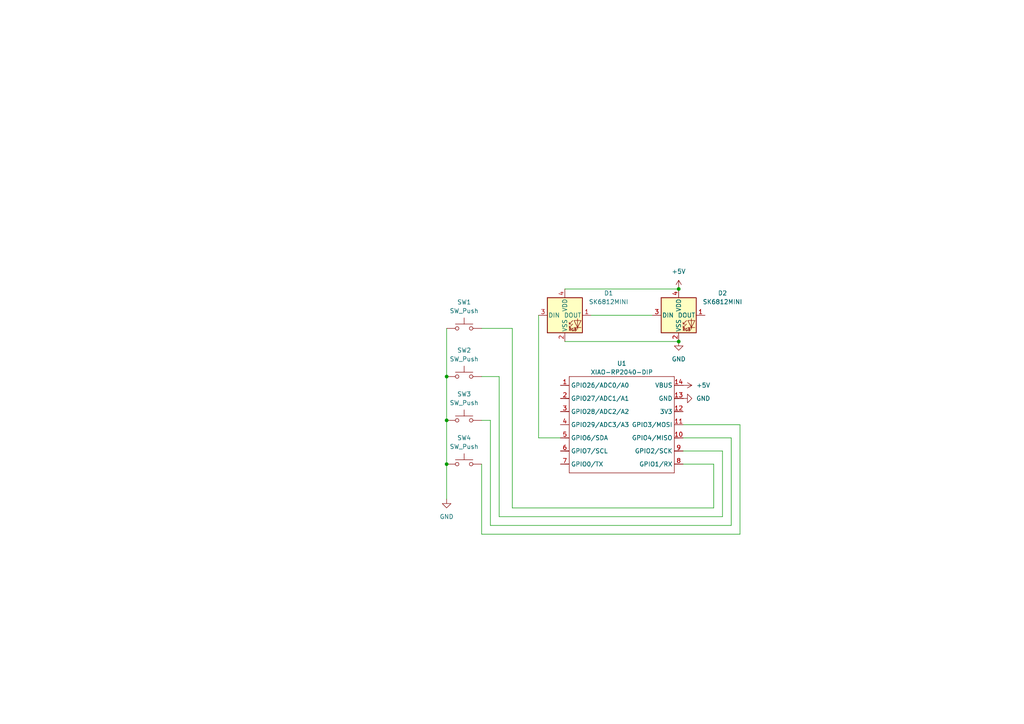
<source format=kicad_sch>
(kicad_sch (version 20250114) (generator "eeschema") (generator_version "9.0")
  (paper "A4")
  (lib_symbols
    (symbol "LED:SK6812MINI" (pin_names (offset 0.254))
      (property "Reference" "D" (at 5.08 5.715 0))
      (property "Value" "SK6812MINI" (at 1.27 -5.715 0))
      (symbol "SK6812MINI_0_0"
        (text "RGB" (at 2.286 -4.191 0) (effects (font (size 0.762 0.762))))
      )
      (symbol "SK6812MINI_0_1"
        (polyline (pts (xy 1.27 -2.54) (xy 1.778 -2.54)))
        (polyline (pts (xy 1.27 -3.556) (xy 1.778 -3.556)))
        (polyline (pts (xy 2.286 -1.524) (xy 1.27 -2.54) (xy 1.27 -2.032)))
        (polyline (pts (xy 2.286 -2.54) (xy 1.27 -3.556) (xy 1.27 -3.048)))
        (polyline (pts (xy 3.683 -1.016) (xy 3.683 -3.556) (xy 3.683 -4.064)))
        (polyline (pts (xy 4.699 -1.524) (xy 2.667 -1.524) (xy 3.683 -3.556) (xy 4.699 -1.524)))
        (polyline (pts (xy 4.699 -3.556) (xy 2.667 -3.556)))
        (rectangle (start 5.08 5.08) (end -5.08 -5.08) (stroke (width 0.254)) (fill (type background)))
      )
      (symbol "SK6812MINI_1_1"
        (pin input line (at -7.62 0 0) (length 2.54) (name "DIN") (number "3"))
        (pin power_in line (at 0 7.62 270) (length 2.54) (name "VDD") (number "4"))
        (pin power_in line (at 0 -7.62 90) (length 2.54) (name "VSS") (number "2"))
        (pin output line (at 7.62 0 180) (length 2.54) (name "DOUT") (number "1"))
      )
    )
    (symbol "OPL Library:XIAO-RP2040-DIP"
      (property "Reference" "U" (at 0 0 0))
      (property "Value" "XIAO-RP2040-DIP" (at 5.334 -1.778 0))
      (symbol "XIAO-RP2040-DIP_1_0"
        (polyline (pts (xy -1.27 -2.54) (xy 29.21 -2.54)) (stroke (width 0.1524)))
        (polyline (pts (xy -1.27 -5.08) (xy -2.54 -5.08)) (stroke (width 0.1524)))
        (polyline (pts (xy -1.27 -5.08) (xy -1.27 -2.54)) (stroke (width 0.1524)))
        (polyline (pts (xy -1.27 -8.89) (xy -2.54 -8.89)) (stroke (width 0.1524)))
        (polyline (pts (xy -1.27 -8.89) (xy -1.27 -5.08)) (stroke (width 0.1524)))
        (polyline (pts (xy -1.27 -12.7) (xy -2.54 -12.7)) (stroke (width 0.1524)))
        (polyline (pts (xy -1.27 -12.7) (xy -1.27 -8.89)) (stroke (width 0.1524)))
        (polyline (pts (xy -1.27 -16.51) (xy -2.54 -16.51)) (stroke (width 0.1524)))
        (polyline (pts (xy -1.27 -16.51) (xy -1.27 -12.7)) (stroke (width 0.1524)))
        (polyline (pts (xy -1.27 -20.32) (xy -2.54 -20.32)) (stroke (width 0.1524)))
        (polyline (pts (xy -1.27 -24.13) (xy -2.54 -24.13)) (stroke (width 0.1524)))
        (polyline (pts (xy -1.27 -27.94) (xy -2.54 -27.94)) (stroke (width 0.1524)))
        (polyline (pts (xy -1.27 -30.48) (xy -1.27 -16.51)) (stroke (width 0.1524)))
        (polyline (pts (xy 29.21 -2.54) (xy 29.21 -5.08)) (stroke (width 0.1524)))
        (polyline (pts (xy 29.21 -5.08) (xy 29.21 -8.89)) (stroke (width 0.1524)))
        (polyline (pts (xy 29.21 -8.89) (xy 29.21 -12.7)) (stroke (width 0.1524)))
        (polyline (pts (xy 29.21 -12.7) (xy 29.21 -30.48)) (stroke (width 0.1524)))
        (polyline (pts (xy 29.21 -30.48) (xy -1.27 -30.48)) (stroke (width 0.1524)))
        (polyline (pts (xy 30.48 -5.08) (xy 29.21 -5.08)) (stroke (width 0.1524)))
        (polyline (pts (xy 30.48 -8.89) (xy 29.21 -8.89)) (stroke (width 0.1524)))
        (polyline (pts (xy 30.48 -12.7) (xy 29.21 -12.7)) (stroke (width 0.1524)))
        (polyline (pts (xy 30.48 -16.51) (xy 29.21 -16.51)) (stroke (width 0.1524)))
        (polyline (pts (xy 30.48 -20.32) (xy 29.21 -20.32)) (stroke (width 0.1524)))
        (polyline (pts (xy 30.48 -24.13) (xy 29.21 -24.13)) (stroke (width 0.1524)))
        (polyline (pts (xy 30.48 -27.94) (xy 29.21 -27.94)) (stroke (width 0.1524)))
        (pin passive line (at -3.81 -5.08 0) (length 2.54) (name "GPIO26/ADC0/A0") (number "1"))
        (pin passive line (at -3.81 -8.89 0) (length 2.54) (name "GPIO27/ADC1/A1") (number "2"))
        (pin passive line (at -3.81 -12.7 0) (length 2.54) (name "GPIO28/ADC2/A2") (number "3"))
        (pin passive line (at -3.81 -16.51 0) (length 2.54) (name "GPIO29/ADC3/A3") (number "4"))
        (pin passive line (at -3.81 -20.32 0) (length 2.54) (name "GPIO6/SDA") (number "5"))
        (pin passive line (at -3.81 -24.13 0) (length 2.54) (name "GPIO7/SCL") (number "6"))
        (pin passive line (at -3.81 -27.94 0) (length 2.54) (name "GPIO0/TX") (number "7"))
        (pin passive line (at 31.75 -5.08 180) (length 2.54) (name "VBUS") (number "14"))
        (pin passive line (at 31.75 -8.89 180) (length 2.54) (name "GND") (number "13"))
        (pin passive line (at 31.75 -12.7 180) (length 2.54) (name "3V3") (number "12"))
        (pin passive line (at 31.75 -16.51 180) (length 2.54) (name "GPIO3/MOSI") (number "11"))
        (pin passive line (at 31.75 -20.32 180) (length 2.54) (name "GPIO4/MISO") (number "10"))
        (pin passive line (at 31.75 -24.13 180) (length 2.54) (name "GPIO2/SCK") (number "9"))
        (pin passive line (at 31.75 -27.94 180) (length 2.54) (name "GPIO1/RX") (number "8"))
      )
    )
    (symbol "Switch:SW_Push" (pin_numbers (hide yes)) (pin_names (offset 1.016) (hide yes))
      (property "Reference" "SW" (at 1.27 2.54 0))
      (property "Value" "SW_Push" (at 0 -1.524 0))
      (symbol "SW_Push_0_1"
        (circle (center -2.032 0) (radius 0.508))
        (polyline (pts (xy 0 1.27) (xy 0 3.048)))
        (circle (center 2.032 0) (radius 0.508))
        (polyline (pts (xy 2.54 1.27) (xy -2.54 1.27)))
        (pin passive line (at -5.08 0 0) (length 2.54) (name "1") (number "1"))
        (pin passive line (at 5.08 0 180) (length 2.54) (name "2") (number "2"))
      )
    )
    (symbol "power:+5V" (power) (pin_numbers (hide yes)) (pin_names (offset 0) (hide yes))
      (property "Value" "+5V" (at 0 3.556 0))
      (symbol "+5V_0_1"
        (polyline (pts (xy -0.762 1.27) (xy 0 2.54)))
        (polyline (pts (xy 0 2.54) (xy 0.762 1.27)))
        (polyline (pts (xy 0 0) (xy 0 2.54)))
      )
      (symbol "+5V_1_1"
        (pin power_in line (at 0 0 90) (length 0) (name "~") (number "1"))
      )
    )
    (symbol "power:GND" (power) (pin_numbers (hide yes)) (pin_names (offset 0) (hide yes))
      (property "Value" "GND" (at 0 -3.81 0))
      (symbol "GND_0_1"
        (polyline (pts (xy 0 0) (xy 0 -1.27) (xy 1.27 -1.27) (xy 0 -2.54) (xy -1.27 -1.27) (xy 0 -1.27)))
      )
      (symbol "GND_1_1"
        (pin power_in line (at 0 0 270) (length 0) (name "~") (number "1"))
      )
    )
  )
  (junction (at 196.85 99.06))
  (junction (at 129.54 109.22))
  (junction (at 129.54 134.62))
  (junction (at 129.54 121.92))
  (junction (at 196.85 83.82))
  (wire (pts (xy 162.56 127) (xy 156.21 127)))
  (wire (pts (xy 198.12 123.19) (xy 214.63 123.19)))
  (wire (pts (xy 163.83 83.82) (xy 196.85 83.82)))
  (wire (pts (xy 129.54 109.22) (xy 129.54 121.92)))
  (wire (pts (xy 171.45 91.44) (xy 189.23 91.44)))
  (wire (pts (xy 214.63 154.94) (xy 139.7 154.94)))
  (wire (pts (xy 139.7 121.92) (xy 142.24 121.92)))
  (wire (pts (xy 139.7 154.94) (xy 139.7 134.62)))
  (wire (pts (xy 129.54 121.92) (xy 129.54 134.62)))
  (wire (pts (xy 139.7 109.22) (xy 144.78 109.22)))
  (wire (pts (xy 209.55 130.81) (xy 209.55 149.86)))
  (wire (pts (xy 156.21 127) (xy 156.21 91.44)))
  (wire (pts (xy 207.01 147.32) (xy 148.59 147.32)))
  (wire (pts (xy 139.7 95.25) (xy 148.59 95.25)))
  (wire (pts (xy 163.83 99.06) (xy 196.85 99.06)))
  (wire (pts (xy 198.12 134.62) (xy 207.01 134.62)))
  (wire (pts (xy 129.54 134.62) (xy 129.54 144.78)))
  (wire (pts (xy 198.12 127) (xy 212.09 127)))
  (wire (pts (xy 212.09 152.4) (xy 142.24 152.4)))
  (wire (pts (xy 142.24 152.4) (xy 142.24 121.92)))
  (wire (pts (xy 198.12 130.81) (xy 209.55 130.81)))
  (wire (pts (xy 144.78 149.86) (xy 144.78 109.22)))
  (wire (pts (xy 214.63 123.19) (xy 214.63 154.94)))
  (wire (pts (xy 207.01 134.62) (xy 207.01 147.32)))
  (wire (pts (xy 212.09 127) (xy 212.09 152.4)))
  (wire (pts (xy 209.55 149.86) (xy 144.78 149.86)))
  (wire (pts (xy 148.59 147.32) (xy 148.59 95.25)))
  (wire (pts (xy 129.54 95.25) (xy 129.54 109.22)))
  (symbol (lib_id "OPL Library:XIAO-RP2040-DIP") (at 166.37 106.68 0) (unit 1)
    (property "Reference" "U1" (at 180.34 105.41 0))
    (property "Value" "XIAO-RP2040-DIP" (at 180.34 107.95 0))
    (property "Footprint" "opl library:XIAO-RP2040-DIP" (effects (hide yes)))
  )
  (symbol (lib_id "power:+5V") (at 198.12 111.76 270) (unit 1)
    (property "Reference" "#PWR05" (effects (hide yes)))
    (property "Value" "+5V" (at 201.93 111.7599 90) (effects (justify left)))
    (property "Description" "Power symbol creates a global label with name \"+5V\"" (effects (hide yes)))
  )
  (symbol (lib_id "Switch:SW_Push") (at 134.62 95.25 0) (unit 1)
    (property "Reference" "SW1" (at 134.62 87.63 0))
    (property "Value" "SW_Push" (at 134.62 90.17 0))
    (property "Footprint" "Button_Switch_Keyboard:SW_Cherry_MX_1.00u_PCB" (effects (hide yes)))
    (property "Description" "Push button switch, generic, two pins" (effects (hide yes)))
  )
  (symbol (lib_id "LED:SK6812MINI") (at 163.83 91.44 0) (unit 1)
    (property "Reference" "D1" (at 176.53 85.0198 0))
    (property "Value" "SK6812MINI" (at 176.53 87.5598 0))
    (property "Footprint" "LED_SMD:LED_SK6812MINI_PLCC4_3.5x3.5mm_P1.75mm" (effects (hide yes)))
    (property "Datasheet" "https://cdn-shop.adafruit.com/product-files/2686/SK6812MINI_REV.01-1-2.pdf" (effects (hide yes)))
    (property "Description" "RGB LED with integrated controller" (effects (hide yes)))
  )
  (symbol (lib_id "Switch:SW_Push") (at 134.62 121.92 0) (unit 1)
    (property "Reference" "SW3" (at 134.62 114.3 0))
    (property "Value" "SW_Push" (at 134.62 116.84 0))
    (property "Footprint" "Button_Switch_Keyboard:SW_Cherry_MX_1.00u_PCB" (effects (hide yes)))
    (property "Description" "Push button switch, generic, two pins" (effects (hide yes)))
  )
  (symbol (lib_id "power:+5V") (at 196.85 83.82 0) (unit 1)
    (property "Reference" "#PWR04" (effects (hide yes)))
    (property "Value" "+5V" (at 196.85 78.74 0))
    (property "Description" "Power symbol creates a global label with name \"+5V\"" (effects (hide yes)))
  )
  (symbol (lib_id "Switch:SW_Push") (at 134.62 109.22 0) (unit 1)
    (property "Reference" "SW2" (at 134.62 101.6 0))
    (property "Value" "SW_Push" (at 134.62 104.14 0))
    (property "Footprint" "Button_Switch_Keyboard:SW_Cherry_MX_1.00u_PCB" (effects (hide yes)))
    (property "Description" "Push button switch, generic, two pins" (effects (hide yes)))
  )
  (symbol (lib_id "Switch:SW_Push") (at 134.62 134.62 0) (unit 1)
    (property "Reference" "SW4" (at 134.62 127 0))
    (property "Value" "SW_Push" (at 134.62 129.54 0))
    (property "Footprint" "Button_Switch_Keyboard:SW_Cherry_MX_1.00u_PCB" (effects (hide yes)))
    (property "Description" "Push button switch, generic, two pins" (effects (hide yes)))
  )
  (symbol (lib_id "power:GND") (at 129.54 144.78 0) (unit 1)
    (property "Reference" "#PWR02" (effects (hide yes)))
    (property "Value" "GND" (at 129.54 149.86 0))
    (property "Description" "Power symbol creates a global label with name \"GND\" , ground" (effects (hide yes)))
  )
  (symbol (lib_id "power:GND") (at 198.12 115.57 90) (unit 1)
    (property "Reference" "#PWR03" (effects (hide yes)))
    (property "Value" "GND" (at 201.93 115.5699 90) (effects (justify right)))
    (property "Description" "Power symbol creates a global label with name \"GND\" , ground" (effects (hide yes)))
  )
  (symbol (lib_id "LED:SK6812MINI") (at 196.85 91.44 0) (unit 1)
    (property "Reference" "D2" (at 209.55 85.0198 0))
    (property "Value" "SK6812MINI" (at 209.55 87.5598 0))
    (property "Footprint" "LED_SMD:LED_SK6812MINI_PLCC4_3.5x3.5mm_P1.75mm" (effects (hide yes)))
    (property "Datasheet" "https://cdn-shop.adafruit.com/product-files/2686/SK6812MINI_REV.01-1-2.pdf" (effects (hide yes)))
    (property "Description" "RGB LED with integrated controller" (effects (hide yes)))
  )
  (symbol (lib_id "power:GND") (at 196.85 99.06 0) (unit 1)
    (property "Reference" "#PWR01" (effects (hide yes)))
    (property "Value" "GND" (at 196.85 104.14 0))
    (property "Description" "Power symbol creates a global label with name \"GND\" , ground" (effects (hide yes)))
  )
)
</source>
